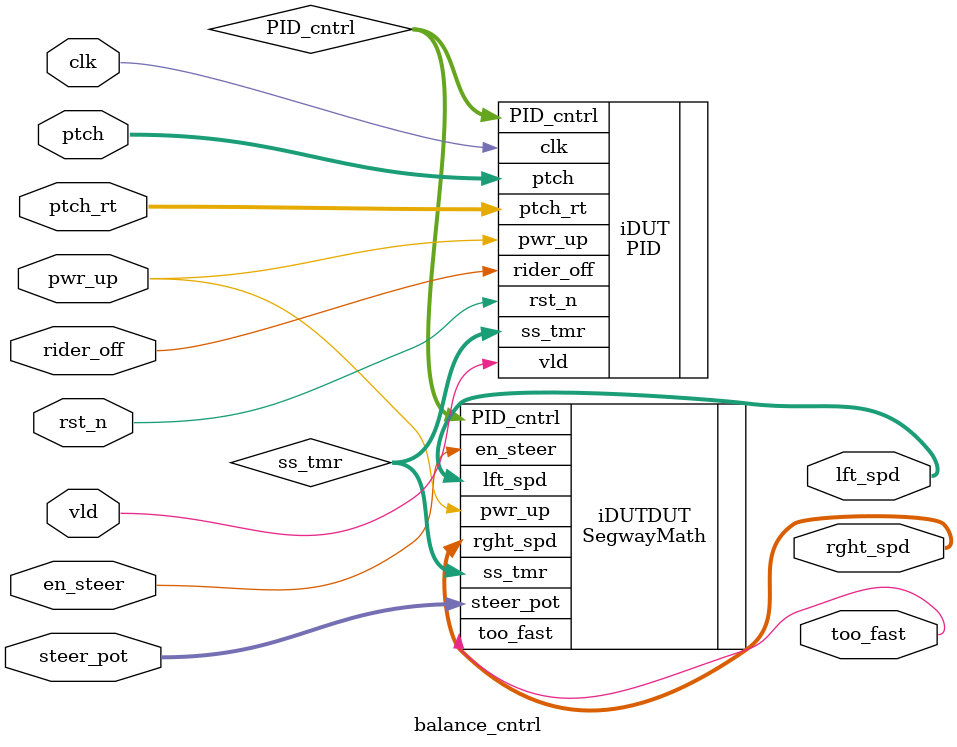
<source format=sv>


module balance_cntrl(lft_spd, rght_spd, too_fast, clk, rst_n, vld, ptch,
ptch_rt, pwr_up, rider_off, steer_pot, en_steer);


parameter fast_sim = 1;
input logic clk; 
input logic rst_n;
input logic vld; 
input logic pwr_up; 
input logic rider_off;
input logic en_steer;
input logic [15:0]ptch; 
input logic [15:0]ptch_rt;
input logic[11:0]steer_pot;
output logic [11:0]lft_spd;
output logic [11:0]rght_spd;
output logic too_fast;
logic [7:0]ss_tmr;
logic [11:0]PID_cntrl;

PID #(.fast_sim(1)) iDUT(.pwr_up(pwr_up), .rider_off(rider_off), .clk(clk), .rst_n(rst_n), .vld(vld),.ptch(ptch), .ptch_rt(ptch_rt), .PID_cntrl(PID_cntrl), .ss_tmr(ss_tmr));
SegwayMath iDUTDUT(.PID_cntrl(PID_cntrl),.ss_tmr(ss_tmr),.steer_pot(steer_pot),.en_steer(en_steer),.pwr_up(pwr_up),.lft_spd(lft_spd),.rght_spd(rght_spd),.too_fast(too_fast));









endmodule
</source>
